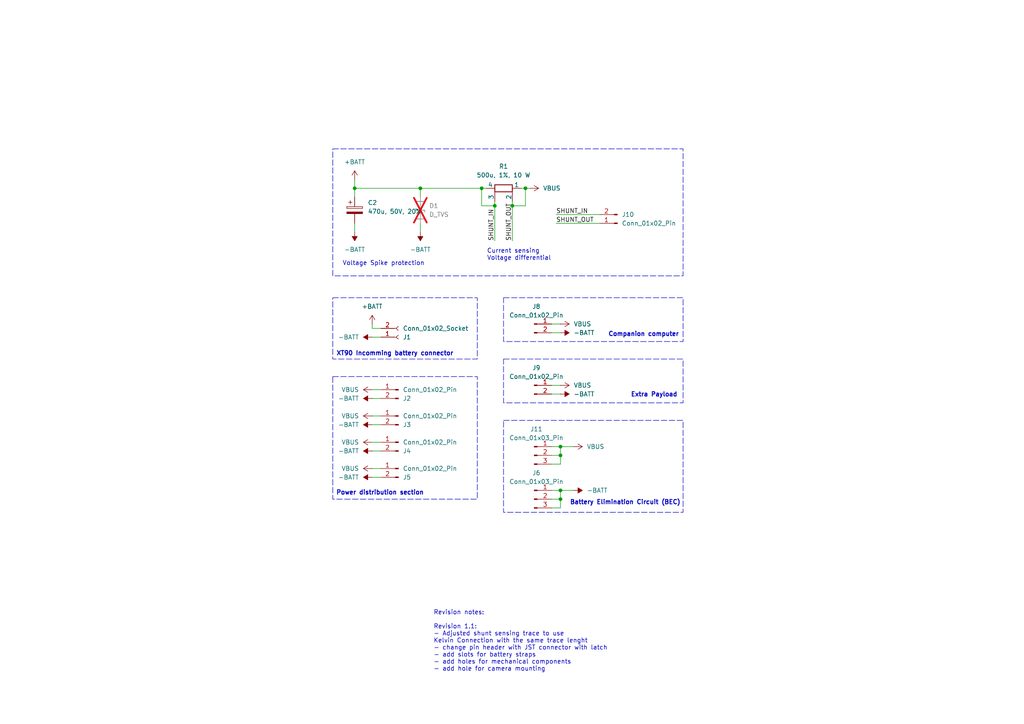
<source format=kicad_sch>
(kicad_sch
	(version 20250114)
	(generator "eeschema")
	(generator_version "9.0")
	(uuid "420f31dc-d0ab-41e8-a10a-9734c692148b")
	(paper "A4")
	(title_block
		(title "Power Distribution Board (PDB)")
		(rev "1.1")
		(company "Author: Harley Lara")
		(comment 1 "EOLab Drones")
	)
	(lib_symbols
		(symbol "Connector:Conn_01x02_Pin"
			(pin_names
				(offset 1.016)
				(hide yes)
			)
			(exclude_from_sim no)
			(in_bom yes)
			(on_board yes)
			(property "Reference" "J"
				(at 0 2.54 0)
				(effects
					(font
						(size 1.27 1.27)
					)
				)
			)
			(property "Value" "Conn_01x02_Pin"
				(at 0 -5.08 0)
				(effects
					(font
						(size 1.27 1.27)
					)
				)
			)
			(property "Footprint" ""
				(at 0 0 0)
				(effects
					(font
						(size 1.27 1.27)
					)
					(hide yes)
				)
			)
			(property "Datasheet" "~"
				(at 0 0 0)
				(effects
					(font
						(size 1.27 1.27)
					)
					(hide yes)
				)
			)
			(property "Description" "Generic connector, single row, 01x02, script generated"
				(at 0 0 0)
				(effects
					(font
						(size 1.27 1.27)
					)
					(hide yes)
				)
			)
			(property "ki_locked" ""
				(at 0 0 0)
				(effects
					(font
						(size 1.27 1.27)
					)
				)
			)
			(property "ki_keywords" "connector"
				(at 0 0 0)
				(effects
					(font
						(size 1.27 1.27)
					)
					(hide yes)
				)
			)
			(property "ki_fp_filters" "Connector*:*_1x??_*"
				(at 0 0 0)
				(effects
					(font
						(size 1.27 1.27)
					)
					(hide yes)
				)
			)
			(symbol "Conn_01x02_Pin_1_1"
				(rectangle
					(start 0.8636 0.127)
					(end 0 -0.127)
					(stroke
						(width 0.1524)
						(type default)
					)
					(fill
						(type outline)
					)
				)
				(rectangle
					(start 0.8636 -2.413)
					(end 0 -2.667)
					(stroke
						(width 0.1524)
						(type default)
					)
					(fill
						(type outline)
					)
				)
				(polyline
					(pts
						(xy 1.27 0) (xy 0.8636 0)
					)
					(stroke
						(width 0.1524)
						(type default)
					)
					(fill
						(type none)
					)
				)
				(polyline
					(pts
						(xy 1.27 -2.54) (xy 0.8636 -2.54)
					)
					(stroke
						(width 0.1524)
						(type default)
					)
					(fill
						(type none)
					)
				)
				(pin passive line
					(at 5.08 0 180)
					(length 3.81)
					(name "Pin_1"
						(effects
							(font
								(size 1.27 1.27)
							)
						)
					)
					(number "1"
						(effects
							(font
								(size 1.27 1.27)
							)
						)
					)
				)
				(pin passive line
					(at 5.08 -2.54 180)
					(length 3.81)
					(name "Pin_2"
						(effects
							(font
								(size 1.27 1.27)
							)
						)
					)
					(number "2"
						(effects
							(font
								(size 1.27 1.27)
							)
						)
					)
				)
			)
			(embedded_fonts no)
		)
		(symbol "Connector:Conn_01x02_Socket"
			(pin_names
				(offset 1.016)
				(hide yes)
			)
			(exclude_from_sim no)
			(in_bom yes)
			(on_board yes)
			(property "Reference" "J"
				(at 0 2.54 0)
				(effects
					(font
						(size 1.27 1.27)
					)
				)
			)
			(property "Value" "Conn_01x02_Socket"
				(at 0 -5.08 0)
				(effects
					(font
						(size 1.27 1.27)
					)
				)
			)
			(property "Footprint" ""
				(at 0 0 0)
				(effects
					(font
						(size 1.27 1.27)
					)
					(hide yes)
				)
			)
			(property "Datasheet" "~"
				(at 0 0 0)
				(effects
					(font
						(size 1.27 1.27)
					)
					(hide yes)
				)
			)
			(property "Description" "Generic connector, single row, 01x02, script generated"
				(at 0 0 0)
				(effects
					(font
						(size 1.27 1.27)
					)
					(hide yes)
				)
			)
			(property "ki_locked" ""
				(at 0 0 0)
				(effects
					(font
						(size 1.27 1.27)
					)
				)
			)
			(property "ki_keywords" "connector"
				(at 0 0 0)
				(effects
					(font
						(size 1.27 1.27)
					)
					(hide yes)
				)
			)
			(property "ki_fp_filters" "Connector*:*_1x??_*"
				(at 0 0 0)
				(effects
					(font
						(size 1.27 1.27)
					)
					(hide yes)
				)
			)
			(symbol "Conn_01x02_Socket_1_1"
				(polyline
					(pts
						(xy -1.27 0) (xy -0.508 0)
					)
					(stroke
						(width 0.1524)
						(type default)
					)
					(fill
						(type none)
					)
				)
				(polyline
					(pts
						(xy -1.27 -2.54) (xy -0.508 -2.54)
					)
					(stroke
						(width 0.1524)
						(type default)
					)
					(fill
						(type none)
					)
				)
				(arc
					(start 0 -0.508)
					(mid -0.5058 0)
					(end 0 0.508)
					(stroke
						(width 0.1524)
						(type default)
					)
					(fill
						(type none)
					)
				)
				(arc
					(start 0 -3.048)
					(mid -0.5058 -2.54)
					(end 0 -2.032)
					(stroke
						(width 0.1524)
						(type default)
					)
					(fill
						(type none)
					)
				)
				(pin passive line
					(at -5.08 0 0)
					(length 3.81)
					(name "Pin_1"
						(effects
							(font
								(size 1.27 1.27)
							)
						)
					)
					(number "1"
						(effects
							(font
								(size 1.27 1.27)
							)
						)
					)
				)
				(pin passive line
					(at -5.08 -2.54 0)
					(length 3.81)
					(name "Pin_2"
						(effects
							(font
								(size 1.27 1.27)
							)
						)
					)
					(number "2"
						(effects
							(font
								(size 1.27 1.27)
							)
						)
					)
				)
			)
			(embedded_fonts no)
		)
		(symbol "Connector:Conn_01x03_Pin"
			(pin_names
				(offset 1.016)
				(hide yes)
			)
			(exclude_from_sim no)
			(in_bom yes)
			(on_board yes)
			(property "Reference" "J"
				(at 0 5.08 0)
				(effects
					(font
						(size 1.27 1.27)
					)
				)
			)
			(property "Value" "Conn_01x03_Pin"
				(at 0 -5.08 0)
				(effects
					(font
						(size 1.27 1.27)
					)
				)
			)
			(property "Footprint" ""
				(at 0 0 0)
				(effects
					(font
						(size 1.27 1.27)
					)
					(hide yes)
				)
			)
			(property "Datasheet" "~"
				(at 0 0 0)
				(effects
					(font
						(size 1.27 1.27)
					)
					(hide yes)
				)
			)
			(property "Description" "Generic connector, single row, 01x03, script generated"
				(at 0 0 0)
				(effects
					(font
						(size 1.27 1.27)
					)
					(hide yes)
				)
			)
			(property "ki_locked" ""
				(at 0 0 0)
				(effects
					(font
						(size 1.27 1.27)
					)
				)
			)
			(property "ki_keywords" "connector"
				(at 0 0 0)
				(effects
					(font
						(size 1.27 1.27)
					)
					(hide yes)
				)
			)
			(property "ki_fp_filters" "Connector*:*_1x??_*"
				(at 0 0 0)
				(effects
					(font
						(size 1.27 1.27)
					)
					(hide yes)
				)
			)
			(symbol "Conn_01x03_Pin_1_1"
				(rectangle
					(start 0.8636 2.667)
					(end 0 2.413)
					(stroke
						(width 0.1524)
						(type default)
					)
					(fill
						(type outline)
					)
				)
				(rectangle
					(start 0.8636 0.127)
					(end 0 -0.127)
					(stroke
						(width 0.1524)
						(type default)
					)
					(fill
						(type outline)
					)
				)
				(rectangle
					(start 0.8636 -2.413)
					(end 0 -2.667)
					(stroke
						(width 0.1524)
						(type default)
					)
					(fill
						(type outline)
					)
				)
				(polyline
					(pts
						(xy 1.27 2.54) (xy 0.8636 2.54)
					)
					(stroke
						(width 0.1524)
						(type default)
					)
					(fill
						(type none)
					)
				)
				(polyline
					(pts
						(xy 1.27 0) (xy 0.8636 0)
					)
					(stroke
						(width 0.1524)
						(type default)
					)
					(fill
						(type none)
					)
				)
				(polyline
					(pts
						(xy 1.27 -2.54) (xy 0.8636 -2.54)
					)
					(stroke
						(width 0.1524)
						(type default)
					)
					(fill
						(type none)
					)
				)
				(pin passive line
					(at 5.08 2.54 180)
					(length 3.81)
					(name "Pin_1"
						(effects
							(font
								(size 1.27 1.27)
							)
						)
					)
					(number "1"
						(effects
							(font
								(size 1.27 1.27)
							)
						)
					)
				)
				(pin passive line
					(at 5.08 0 180)
					(length 3.81)
					(name "Pin_2"
						(effects
							(font
								(size 1.27 1.27)
							)
						)
					)
					(number "2"
						(effects
							(font
								(size 1.27 1.27)
							)
						)
					)
				)
				(pin passive line
					(at 5.08 -2.54 180)
					(length 3.81)
					(name "Pin_3"
						(effects
							(font
								(size 1.27 1.27)
							)
						)
					)
					(number "3"
						(effects
							(font
								(size 1.27 1.27)
							)
						)
					)
				)
			)
			(embedded_fonts no)
		)
		(symbol "Device:C_Polarized"
			(pin_numbers
				(hide yes)
			)
			(pin_names
				(offset 0.254)
			)
			(exclude_from_sim no)
			(in_bom yes)
			(on_board yes)
			(property "Reference" "C"
				(at 0.635 2.54 0)
				(effects
					(font
						(size 1.27 1.27)
					)
					(justify left)
				)
			)
			(property "Value" "C_Polarized"
				(at 0.635 -2.54 0)
				(effects
					(font
						(size 1.27 1.27)
					)
					(justify left)
				)
			)
			(property "Footprint" ""
				(at 0.9652 -3.81 0)
				(effects
					(font
						(size 1.27 1.27)
					)
					(hide yes)
				)
			)
			(property "Datasheet" "~"
				(at 0 0 0)
				(effects
					(font
						(size 1.27 1.27)
					)
					(hide yes)
				)
			)
			(property "Description" "Polarized capacitor"
				(at 0 0 0)
				(effects
					(font
						(size 1.27 1.27)
					)
					(hide yes)
				)
			)
			(property "ki_keywords" "cap capacitor"
				(at 0 0 0)
				(effects
					(font
						(size 1.27 1.27)
					)
					(hide yes)
				)
			)
			(property "ki_fp_filters" "CP_*"
				(at 0 0 0)
				(effects
					(font
						(size 1.27 1.27)
					)
					(hide yes)
				)
			)
			(symbol "C_Polarized_0_1"
				(rectangle
					(start -2.286 0.508)
					(end 2.286 1.016)
					(stroke
						(width 0)
						(type default)
					)
					(fill
						(type none)
					)
				)
				(polyline
					(pts
						(xy -1.778 2.286) (xy -0.762 2.286)
					)
					(stroke
						(width 0)
						(type default)
					)
					(fill
						(type none)
					)
				)
				(polyline
					(pts
						(xy -1.27 2.794) (xy -1.27 1.778)
					)
					(stroke
						(width 0)
						(type default)
					)
					(fill
						(type none)
					)
				)
				(rectangle
					(start 2.286 -0.508)
					(end -2.286 -1.016)
					(stroke
						(width 0)
						(type default)
					)
					(fill
						(type outline)
					)
				)
			)
			(symbol "C_Polarized_1_1"
				(pin passive line
					(at 0 3.81 270)
					(length 2.794)
					(name "~"
						(effects
							(font
								(size 1.27 1.27)
							)
						)
					)
					(number "1"
						(effects
							(font
								(size 1.27 1.27)
							)
						)
					)
				)
				(pin passive line
					(at 0 -3.81 90)
					(length 2.794)
					(name "~"
						(effects
							(font
								(size 1.27 1.27)
							)
						)
					)
					(number "2"
						(effects
							(font
								(size 1.27 1.27)
							)
						)
					)
				)
			)
			(embedded_fonts no)
		)
		(symbol "Device:D_TVS"
			(pin_numbers
				(hide yes)
			)
			(pin_names
				(offset 1.016)
				(hide yes)
			)
			(exclude_from_sim no)
			(in_bom yes)
			(on_board yes)
			(property "Reference" "D"
				(at 0 2.54 0)
				(effects
					(font
						(size 1.27 1.27)
					)
				)
			)
			(property "Value" "D_TVS"
				(at 0 -2.54 0)
				(effects
					(font
						(size 1.27 1.27)
					)
				)
			)
			(property "Footprint" ""
				(at 0 0 0)
				(effects
					(font
						(size 1.27 1.27)
					)
					(hide yes)
				)
			)
			(property "Datasheet" "~"
				(at 0 0 0)
				(effects
					(font
						(size 1.27 1.27)
					)
					(hide yes)
				)
			)
			(property "Description" "Bidirectional transient-voltage-suppression diode"
				(at 0 0 0)
				(effects
					(font
						(size 1.27 1.27)
					)
					(hide yes)
				)
			)
			(property "ki_keywords" "diode TVS thyrector"
				(at 0 0 0)
				(effects
					(font
						(size 1.27 1.27)
					)
					(hide yes)
				)
			)
			(property "ki_fp_filters" "TO-???* *_Diode_* *SingleDiode* D_*"
				(at 0 0 0)
				(effects
					(font
						(size 1.27 1.27)
					)
					(hide yes)
				)
			)
			(symbol "D_TVS_0_1"
				(polyline
					(pts
						(xy -2.54 1.27) (xy -2.54 -1.27) (xy 2.54 1.27) (xy 2.54 -1.27) (xy -2.54 1.27)
					)
					(stroke
						(width 0.254)
						(type default)
					)
					(fill
						(type none)
					)
				)
				(polyline
					(pts
						(xy 0.508 1.27) (xy 0 1.27) (xy 0 -1.27) (xy -0.508 -1.27)
					)
					(stroke
						(width 0.254)
						(type default)
					)
					(fill
						(type none)
					)
				)
				(polyline
					(pts
						(xy 1.27 0) (xy -1.27 0)
					)
					(stroke
						(width 0)
						(type default)
					)
					(fill
						(type none)
					)
				)
			)
			(symbol "D_TVS_1_1"
				(pin passive line
					(at -3.81 0 0)
					(length 2.54)
					(name "A1"
						(effects
							(font
								(size 1.27 1.27)
							)
						)
					)
					(number "1"
						(effects
							(font
								(size 1.27 1.27)
							)
						)
					)
				)
				(pin passive line
					(at 3.81 0 180)
					(length 2.54)
					(name "A2"
						(effects
							(font
								(size 1.27 1.27)
							)
						)
					)
					(number "2"
						(effects
							(font
								(size 1.27 1.27)
							)
						)
					)
				)
			)
			(embedded_fonts no)
		)
		(symbol "Device:R_Shunt"
			(pin_numbers
				(hide yes)
			)
			(pin_names
				(offset 0)
			)
			(exclude_from_sim no)
			(in_bom yes)
			(on_board yes)
			(property "Reference" "R1"
				(at -6.35 0 90)
				(effects
					(font
						(size 1.27 1.27)
					)
				)
			)
			(property "Value" "500u, 1%, 10 W"
				(at -3.81 0 90)
				(effects
					(font
						(size 1.27 1.27)
					)
				)
			)
			(property "Footprint" "Resistor_SMD:R_2512_6332Metric"
				(at -1.778 0 90)
				(effects
					(font
						(size 1.27 1.27)
					)
					(hide yes)
				)
			)
			(property "Datasheet" "~"
				(at 0 0 0)
				(effects
					(font
						(size 1.27 1.27)
					)
					(hide yes)
				)
			)
			(property "Description" "Shunt resistor"
				(at 0 0 0)
				(effects
					(font
						(size 1.27 1.27)
					)
					(hide yes)
				)
			)
			(property "Digikey" ""
				(at 0 0 90)
				(effects
					(font
						(size 1.27 1.27)
					)
					(hide yes)
				)
			)
			(property "Manufacturer No." ""
				(at 0 0 90)
				(effects
					(font
						(size 1.27 1.27)
					)
					(hide yes)
				)
			)
			(property "ki_keywords" "R res shunt resistor"
				(at 0 0 0)
				(effects
					(font
						(size 1.27 1.27)
					)
					(hide yes)
				)
			)
			(property "ki_fp_filters" "R_*Shunt*"
				(at 0 0 0)
				(effects
					(font
						(size 1.27 1.27)
					)
					(hide yes)
				)
			)
			(symbol "R_Shunt_0_1"
				(rectangle
					(start -1.016 2.54)
					(end 1.016 -2.54)
					(stroke
						(width 0.254)
						(type default)
					)
					(fill
						(type none)
					)
				)
				(polyline
					(pts
						(xy 0 -2.54) (xy 1.27 -2.54)
					)
					(stroke
						(width 0)
						(type default)
					)
					(fill
						(type none)
					)
				)
				(polyline
					(pts
						(xy 1.27 2.54) (xy 0 2.54)
					)
					(stroke
						(width 0)
						(type default)
					)
					(fill
						(type none)
					)
				)
			)
			(symbol "R_Shunt_1_1"
				(pin passive line
					(at 0 5.08 270)
					(length 2.54)
					(name "1"
						(effects
							(font
								(size 1.27 1.27)
							)
						)
					)
					(number "1"
						(effects
							(font
								(size 1.27 1.27)
							)
						)
					)
				)
				(pin passive line
					(at 0 -5.08 90)
					(length 2.54)
					(name "4"
						(effects
							(font
								(size 1.27 1.27)
							)
						)
					)
					(number "4"
						(effects
							(font
								(size 1.27 1.27)
							)
						)
					)
				)
				(pin passive line
					(at 3.81 2.54 180)
					(length 2.54)
					(name "2"
						(effects
							(font
								(size 1.27 1.27)
							)
						)
					)
					(number "2"
						(effects
							(font
								(size 1.27 1.27)
							)
						)
					)
				)
				(pin passive line
					(at 3.81 -2.54 180)
					(length 2.54)
					(name "3"
						(effects
							(font
								(size 1.27 1.27)
							)
						)
					)
					(number "3"
						(effects
							(font
								(size 1.27 1.27)
							)
						)
					)
				)
			)
			(embedded_fonts no)
		)
		(symbol "power:+BATT"
			(power)
			(pin_numbers
				(hide yes)
			)
			(pin_names
				(offset 0)
				(hide yes)
			)
			(exclude_from_sim no)
			(in_bom yes)
			(on_board yes)
			(property "Reference" "#PWR"
				(at 0 -3.81 0)
				(effects
					(font
						(size 1.27 1.27)
					)
					(hide yes)
				)
			)
			(property "Value" "+BATT"
				(at 0 3.556 0)
				(effects
					(font
						(size 1.27 1.27)
					)
				)
			)
			(property "Footprint" ""
				(at 0 0 0)
				(effects
					(font
						(size 1.27 1.27)
					)
					(hide yes)
				)
			)
			(property "Datasheet" ""
				(at 0 0 0)
				(effects
					(font
						(size 1.27 1.27)
					)
					(hide yes)
				)
			)
			(property "Description" "Power symbol creates a global label with name \"+BATT\""
				(at 0 0 0)
				(effects
					(font
						(size 1.27 1.27)
					)
					(hide yes)
				)
			)
			(property "ki_keywords" "global power battery"
				(at 0 0 0)
				(effects
					(font
						(size 1.27 1.27)
					)
					(hide yes)
				)
			)
			(symbol "+BATT_0_1"
				(polyline
					(pts
						(xy -0.762 1.27) (xy 0 2.54)
					)
					(stroke
						(width 0)
						(type default)
					)
					(fill
						(type none)
					)
				)
				(polyline
					(pts
						(xy 0 2.54) (xy 0.762 1.27)
					)
					(stroke
						(width 0)
						(type default)
					)
					(fill
						(type none)
					)
				)
				(polyline
					(pts
						(xy 0 0) (xy 0 2.54)
					)
					(stroke
						(width 0)
						(type default)
					)
					(fill
						(type none)
					)
				)
			)
			(symbol "+BATT_1_1"
				(pin power_in line
					(at 0 0 90)
					(length 0)
					(name "~"
						(effects
							(font
								(size 1.27 1.27)
							)
						)
					)
					(number "1"
						(effects
							(font
								(size 1.27 1.27)
							)
						)
					)
				)
			)
			(embedded_fonts no)
		)
		(symbol "power:-BATT"
			(power)
			(pin_numbers
				(hide yes)
			)
			(pin_names
				(offset 0)
				(hide yes)
			)
			(exclude_from_sim no)
			(in_bom yes)
			(on_board yes)
			(property "Reference" "#PWR"
				(at 0 -3.81 0)
				(effects
					(font
						(size 1.27 1.27)
					)
					(hide yes)
				)
			)
			(property "Value" "-BATT"
				(at 0 3.556 0)
				(effects
					(font
						(size 1.27 1.27)
					)
				)
			)
			(property "Footprint" ""
				(at 0 0 0)
				(effects
					(font
						(size 1.27 1.27)
					)
					(hide yes)
				)
			)
			(property "Datasheet" ""
				(at 0 0 0)
				(effects
					(font
						(size 1.27 1.27)
					)
					(hide yes)
				)
			)
			(property "Description" "Power symbol creates a global label with name \"-BATT\""
				(at 0 0 0)
				(effects
					(font
						(size 1.27 1.27)
					)
					(hide yes)
				)
			)
			(property "ki_keywords" "global power battery"
				(at 0 0 0)
				(effects
					(font
						(size 1.27 1.27)
					)
					(hide yes)
				)
			)
			(symbol "-BATT_0_1"
				(polyline
					(pts
						(xy 0 0) (xy 0 2.54)
					)
					(stroke
						(width 0)
						(type default)
					)
					(fill
						(type none)
					)
				)
				(polyline
					(pts
						(xy 0.762 1.27) (xy -0.762 1.27) (xy 0 2.54) (xy 0.762 1.27)
					)
					(stroke
						(width 0)
						(type default)
					)
					(fill
						(type outline)
					)
				)
			)
			(symbol "-BATT_1_1"
				(pin power_in line
					(at 0 0 90)
					(length 0)
					(name "~"
						(effects
							(font
								(size 1.27 1.27)
							)
						)
					)
					(number "1"
						(effects
							(font
								(size 1.27 1.27)
							)
						)
					)
				)
			)
			(embedded_fonts no)
		)
		(symbol "power:VBUS"
			(power)
			(pin_numbers
				(hide yes)
			)
			(pin_names
				(offset 0)
				(hide yes)
			)
			(exclude_from_sim no)
			(in_bom yes)
			(on_board yes)
			(property "Reference" "#PWR"
				(at 0 -3.81 0)
				(effects
					(font
						(size 1.27 1.27)
					)
					(hide yes)
				)
			)
			(property "Value" "VBUS"
				(at 0 3.556 0)
				(effects
					(font
						(size 1.27 1.27)
					)
				)
			)
			(property "Footprint" ""
				(at 0 0 0)
				(effects
					(font
						(size 1.27 1.27)
					)
					(hide yes)
				)
			)
			(property "Datasheet" ""
				(at 0 0 0)
				(effects
					(font
						(size 1.27 1.27)
					)
					(hide yes)
				)
			)
			(property "Description" "Power symbol creates a global label with name \"VBUS\""
				(at 0 0 0)
				(effects
					(font
						(size 1.27 1.27)
					)
					(hide yes)
				)
			)
			(property "ki_keywords" "global power"
				(at 0 0 0)
				(effects
					(font
						(size 1.27 1.27)
					)
					(hide yes)
				)
			)
			(symbol "VBUS_0_1"
				(polyline
					(pts
						(xy -0.762 1.27) (xy 0 2.54)
					)
					(stroke
						(width 0)
						(type default)
					)
					(fill
						(type none)
					)
				)
				(polyline
					(pts
						(xy 0 2.54) (xy 0.762 1.27)
					)
					(stroke
						(width 0)
						(type default)
					)
					(fill
						(type none)
					)
				)
				(polyline
					(pts
						(xy 0 0) (xy 0 2.54)
					)
					(stroke
						(width 0)
						(type default)
					)
					(fill
						(type none)
					)
				)
			)
			(symbol "VBUS_1_1"
				(pin power_in line
					(at 0 0 90)
					(length 0)
					(name "~"
						(effects
							(font
								(size 1.27 1.27)
							)
						)
					)
					(number "1"
						(effects
							(font
								(size 1.27 1.27)
							)
						)
					)
				)
			)
			(embedded_fonts no)
		)
	)
	(rectangle
		(start 96.52 86.36)
		(end 138.43 104.14)
		(stroke
			(width 0)
			(type dash)
		)
		(fill
			(type none)
		)
		(uuid 467d38ea-bb2e-4c11-b3c3-a04bfcae77be)
	)
	(rectangle
		(start 96.52 43.18)
		(end 198.12 80.01)
		(stroke
			(width 0)
			(type dash)
		)
		(fill
			(type none)
		)
		(uuid 4b186f14-cc1e-4ccc-a8b4-12268f54fc40)
	)
	(rectangle
		(start 146.05 121.92)
		(end 198.12 148.59)
		(stroke
			(width 0)
			(type dash)
		)
		(fill
			(type none)
		)
		(uuid 551f9f9c-c531-4e6d-bdc5-a69817e36433)
	)
	(rectangle
		(start 96.52 109.22)
		(end 138.43 144.78)
		(stroke
			(width 0)
			(type dash)
		)
		(fill
			(type none)
		)
		(uuid b1aaa03f-1dfc-4c6a-9148-1889cf5f2f0d)
	)
	(rectangle
		(start 146.05 86.36)
		(end 198.12 99.06)
		(stroke
			(width 0)
			(type dash)
		)
		(fill
			(type none)
		)
		(uuid ce23401f-544e-4430-b1dd-ab6d70aa5c93)
	)
	(rectangle
		(start 146.05 104.14)
		(end 198.12 116.84)
		(stroke
			(width 0)
			(type dash)
		)
		(fill
			(type none)
		)
		(uuid ec0f01b5-15da-4828-ab80-b50a641d9947)
	)
	(text "Battery Elimination Circuit (BEC)"
		(exclude_from_sim no)
		(at 181.356 145.796 0)
		(effects
			(font
				(size 1.27 1.27)
				(thickness 0.254)
				(bold yes)
			)
		)
		(uuid "162070bd-ba90-42b5-a5d8-ea7fafa440a7")
	)
	(text "XT90 Incomming battery connector"
		(exclude_from_sim no)
		(at 114.554 102.616 0)
		(effects
			(font
				(size 1.27 1.27)
				(thickness 0.254)
				(bold yes)
			)
		)
		(uuid "195862a0-f48d-4b6c-8cb6-ae43ddafda29")
	)
	(text "Revision notes:\n\nRevision 1.1:\n- Adjusted shunt sensing trace to use \nKelvin Connection with the same trace lenght\n- change pin header with JST connector with latch\n- add slots for battery straps\n- add holes for mechanical components\n- add hole for camera mounting"
		(exclude_from_sim no)
		(at 125.73 185.928 0)
		(effects
			(font
				(size 1.27 1.27)
			)
			(justify left)
		)
		(uuid "19bfac9d-297c-418f-87d8-66faa216a6d9")
	)
	(text "Current sensing\nVoltage differential"
		(exclude_from_sim no)
		(at 141.224 73.914 0)
		(effects
			(font
				(size 1.27 1.27)
				(thickness 0.1588)
			)
			(justify left)
		)
		(uuid "68ffa2b6-5e72-4884-827f-7d3ce59b4b5a")
	)
	(text "Voltage Spike protection"
		(exclude_from_sim no)
		(at 99.314 76.454 0)
		(effects
			(font
				(size 1.27 1.27)
				(thickness 0.1588)
			)
			(justify left)
		)
		(uuid "89869ac0-8b7c-4893-8728-c16ac63a193c")
	)
	(text "Power distribution section"
		(exclude_from_sim no)
		(at 110.236 143.002 0)
		(effects
			(font
				(size 1.27 1.27)
				(thickness 0.254)
				(bold yes)
			)
		)
		(uuid "b53fe310-2723-495d-b076-1578a706b28e")
	)
	(text "Companion computer"
		(exclude_from_sim no)
		(at 186.69 97.028 0)
		(effects
			(font
				(size 1.27 1.27)
				(thickness 0.254)
				(bold yes)
			)
		)
		(uuid "ccf77a07-9b1f-41cd-93dd-11c50f82ce4a")
	)
	(text "Extra Payload"
		(exclude_from_sim no)
		(at 189.738 114.554 0)
		(effects
			(font
				(size 1.27 1.27)
				(thickness 0.254)
				(bold yes)
			)
		)
		(uuid "e95e13c4-77d0-4ef1-a073-9360f2dc15fd")
	)
	(junction
		(at 152.4 54.61)
		(diameter 0)
		(color 0 0 0 0)
		(uuid "15f069f2-b5f8-4b55-90ac-85cde811be14")
	)
	(junction
		(at 162.56 142.24)
		(diameter 0)
		(color 0 0 0 0)
		(uuid "203d0601-6286-4018-b01d-52b8b372a65f")
	)
	(junction
		(at 102.87 54.61)
		(diameter 0)
		(color 0 0 0 0)
		(uuid "4289bb17-ce51-49cc-bc2a-31da7a813f61")
	)
	(junction
		(at 143.51 59.69)
		(diameter 0)
		(color 0 0 0 0)
		(uuid "433fdbaa-696d-4433-88fd-5b081666f1aa")
	)
	(junction
		(at 162.56 129.54)
		(diameter 0)
		(color 0 0 0 0)
		(uuid "67aa7c11-1bab-40a6-bbee-d33c85ee0ea6")
	)
	(junction
		(at 139.7 54.61)
		(diameter 0)
		(color 0 0 0 0)
		(uuid "7f38df32-2137-4c9f-b879-8de43541dbac")
	)
	(junction
		(at 121.92 54.61)
		(diameter 0)
		(color 0 0 0 0)
		(uuid "846fb3c0-a3a6-477a-b383-1cc70b41f452")
	)
	(junction
		(at 148.59 59.69)
		(diameter 0)
		(color 0 0 0 0)
		(uuid "96007995-cda9-47f8-af2d-7535152e8779")
	)
	(junction
		(at 162.56 132.08)
		(diameter 0)
		(color 0 0 0 0)
		(uuid "a0ce48ae-ac83-4d64-892b-a3b7d1550847")
	)
	(junction
		(at 162.56 144.78)
		(diameter 0)
		(color 0 0 0 0)
		(uuid "ced439c2-ac8d-4e0a-970f-1470407cf7fd")
	)
	(wire
		(pts
			(xy 121.92 64.77) (xy 121.92 67.31)
		)
		(stroke
			(width 0)
			(type default)
		)
		(uuid "0caae903-fbd2-44c2-b7d8-3c8f38d74893")
	)
	(wire
		(pts
			(xy 160.02 142.24) (xy 162.56 142.24)
		)
		(stroke
			(width 0)
			(type default)
		)
		(uuid "0fa514f8-47e1-4f1a-a6f5-d09b616ff145")
	)
	(wire
		(pts
			(xy 160.02 134.62) (xy 162.56 134.62)
		)
		(stroke
			(width 0)
			(type default)
		)
		(uuid "11e760a0-c37f-45e6-a0da-af17e884af4e")
	)
	(wire
		(pts
			(xy 162.56 142.24) (xy 166.37 142.24)
		)
		(stroke
			(width 0)
			(type default)
		)
		(uuid "1902f5f5-b859-43f4-818c-ce52c2dab844")
	)
	(wire
		(pts
			(xy 161.29 64.77) (xy 173.99 64.77)
		)
		(stroke
			(width 0)
			(type default)
		)
		(uuid "1908ddc0-c2a8-4f84-b208-6b609ef41a68")
	)
	(wire
		(pts
			(xy 139.7 54.61) (xy 140.97 54.61)
		)
		(stroke
			(width 0)
			(type default)
		)
		(uuid "266eb9bd-e44c-447e-aa77-aa0d23df34d9")
	)
	(wire
		(pts
			(xy 160.02 132.08) (xy 162.56 132.08)
		)
		(stroke
			(width 0)
			(type default)
		)
		(uuid "2e9c5a5b-3121-4f3b-ba20-332617cf268a")
	)
	(wire
		(pts
			(xy 107.95 120.65) (xy 110.49 120.65)
		)
		(stroke
			(width 0)
			(type default)
		)
		(uuid "2f013623-996e-4d67-82e2-b8d74bec57d0")
	)
	(wire
		(pts
			(xy 160.02 114.3) (xy 162.56 114.3)
		)
		(stroke
			(width 0)
			(type default)
		)
		(uuid "36379a30-1a33-49e2-8df7-145ec682e2db")
	)
	(wire
		(pts
			(xy 107.95 95.25) (xy 110.49 95.25)
		)
		(stroke
			(width 0)
			(type default)
		)
		(uuid "499a7167-9d43-4c99-a994-7f930c9507f7")
	)
	(wire
		(pts
			(xy 102.87 54.61) (xy 121.92 54.61)
		)
		(stroke
			(width 0)
			(type default)
		)
		(uuid "4b81af33-66a6-4aab-94c9-7fa75f78a896")
	)
	(wire
		(pts
			(xy 152.4 59.69) (xy 152.4 54.61)
		)
		(stroke
			(width 0)
			(type default)
		)
		(uuid "50884612-7537-4ea8-b142-5bd5888aaa22")
	)
	(wire
		(pts
			(xy 107.95 138.43) (xy 110.49 138.43)
		)
		(stroke
			(width 0)
			(type default)
		)
		(uuid "5b398ef4-2448-4676-8489-2e554929b128")
	)
	(wire
		(pts
			(xy 148.59 59.69) (xy 152.4 59.69)
		)
		(stroke
			(width 0)
			(type default)
		)
		(uuid "5b5e12bb-1348-40e1-98a7-4965adce22e4")
	)
	(wire
		(pts
			(xy 148.59 59.69) (xy 148.59 69.85)
		)
		(stroke
			(width 0)
			(type default)
		)
		(uuid "62091ecb-4281-4837-8a51-849e4dd7367d")
	)
	(wire
		(pts
			(xy 102.87 54.61) (xy 102.87 57.15)
		)
		(stroke
			(width 0)
			(type default)
		)
		(uuid "66a1d533-3563-497d-a6ac-4c384caaca18")
	)
	(wire
		(pts
			(xy 143.51 58.42) (xy 143.51 59.69)
		)
		(stroke
			(width 0)
			(type default)
		)
		(uuid "6b147a04-f372-4db4-bfc8-7ab007e8eeaa")
	)
	(wire
		(pts
			(xy 162.56 132.08) (xy 162.56 129.54)
		)
		(stroke
			(width 0)
			(type default)
		)
		(uuid "6d6f8ca4-5b4a-4d8a-82b0-2dab5eabeaed")
	)
	(wire
		(pts
			(xy 162.56 144.78) (xy 162.56 147.32)
		)
		(stroke
			(width 0)
			(type default)
		)
		(uuid "7442a922-62b3-4a57-8088-59a61b292250")
	)
	(wire
		(pts
			(xy 161.29 62.23) (xy 173.99 62.23)
		)
		(stroke
			(width 0)
			(type default)
		)
		(uuid "744d89b0-facf-47e8-8460-65c4a69cc753")
	)
	(wire
		(pts
			(xy 162.56 129.54) (xy 166.37 129.54)
		)
		(stroke
			(width 0)
			(type default)
		)
		(uuid "751912a4-cd79-4150-b7c0-34ec4b3d75df")
	)
	(wire
		(pts
			(xy 162.56 132.08) (xy 162.56 134.62)
		)
		(stroke
			(width 0)
			(type default)
		)
		(uuid "771dbe86-7727-4327-b51d-5ca04f344455")
	)
	(wire
		(pts
			(xy 121.92 54.61) (xy 121.92 57.15)
		)
		(stroke
			(width 0)
			(type default)
		)
		(uuid "7b5673ec-8ed2-4e68-bb93-57ac6a9b9f37")
	)
	(wire
		(pts
			(xy 160.02 144.78) (xy 162.56 144.78)
		)
		(stroke
			(width 0)
			(type default)
		)
		(uuid "7c94fa5f-a1b6-4e16-b82b-7f6c944a17f1")
	)
	(wire
		(pts
			(xy 107.95 93.98) (xy 107.95 95.25)
		)
		(stroke
			(width 0)
			(type default)
		)
		(uuid "7f7b241d-75b9-4f63-884f-fbdfe9902318")
	)
	(wire
		(pts
			(xy 160.02 129.54) (xy 162.56 129.54)
		)
		(stroke
			(width 0)
			(type default)
		)
		(uuid "89eea627-841d-4f0a-9570-b64565f2975f")
	)
	(wire
		(pts
			(xy 107.95 130.81) (xy 110.49 130.81)
		)
		(stroke
			(width 0)
			(type default)
		)
		(uuid "92d39cd0-b86a-44ad-a054-8b5002725d0a")
	)
	(wire
		(pts
			(xy 143.51 59.69) (xy 143.51 69.85)
		)
		(stroke
			(width 0)
			(type default)
		)
		(uuid "99e85548-a28c-4ac2-8453-e3484582025b")
	)
	(wire
		(pts
			(xy 160.02 111.76) (xy 162.56 111.76)
		)
		(stroke
			(width 0)
			(type default)
		)
		(uuid "a1fa14ef-009a-43da-a5f9-7459d7bb1bcb")
	)
	(wire
		(pts
			(xy 107.95 128.27) (xy 110.49 128.27)
		)
		(stroke
			(width 0)
			(type default)
		)
		(uuid "b1b9befb-a320-4865-8fc1-4eff7051b5bd")
	)
	(wire
		(pts
			(xy 148.59 58.42) (xy 148.59 59.69)
		)
		(stroke
			(width 0)
			(type default)
		)
		(uuid "b29dc621-6a1a-4efc-9c84-fe8fb295d7fb")
	)
	(wire
		(pts
			(xy 121.92 54.61) (xy 139.7 54.61)
		)
		(stroke
			(width 0)
			(type default)
		)
		(uuid "b32a4a5f-bbcf-4b78-9ad6-bce896c81f4c")
	)
	(wire
		(pts
			(xy 107.95 135.89) (xy 110.49 135.89)
		)
		(stroke
			(width 0)
			(type default)
		)
		(uuid "b5ea53ba-a8ca-452a-b993-5eaacf98c786")
	)
	(wire
		(pts
			(xy 107.95 97.79) (xy 110.49 97.79)
		)
		(stroke
			(width 0)
			(type default)
		)
		(uuid "b671af49-9af3-4944-9daf-207821a1f5dd")
	)
	(wire
		(pts
			(xy 107.95 113.03) (xy 110.49 113.03)
		)
		(stroke
			(width 0)
			(type default)
		)
		(uuid "b7eab22f-a0f7-4360-8f89-ef2e7424ed7e")
	)
	(wire
		(pts
			(xy 139.7 59.69) (xy 139.7 54.61)
		)
		(stroke
			(width 0)
			(type default)
		)
		(uuid "bb34ea0d-24c7-47c6-b6b3-da2838d9b976")
	)
	(wire
		(pts
			(xy 160.02 96.52) (xy 162.56 96.52)
		)
		(stroke
			(width 0)
			(type default)
		)
		(uuid "bc48a596-5b05-4c0d-a1ce-6ab88838d11d")
	)
	(wire
		(pts
			(xy 160.02 147.32) (xy 162.56 147.32)
		)
		(stroke
			(width 0)
			(type default)
		)
		(uuid "c34c5eee-00d4-4b99-a5fb-fb0d5296b9f1")
	)
	(wire
		(pts
			(xy 143.51 59.69) (xy 139.7 59.69)
		)
		(stroke
			(width 0)
			(type default)
		)
		(uuid "c427eb18-14ef-4bc5-bf9f-e8a2e625a323")
	)
	(wire
		(pts
			(xy 151.13 54.61) (xy 152.4 54.61)
		)
		(stroke
			(width 0)
			(type default)
		)
		(uuid "c86b4412-7b27-4cf8-830d-3252c6efa0b1")
	)
	(wire
		(pts
			(xy 102.87 64.77) (xy 102.87 67.31)
		)
		(stroke
			(width 0)
			(type default)
		)
		(uuid "c8ba7d84-b0f6-4c28-8149-2a177ec3129f")
	)
	(wire
		(pts
			(xy 160.02 93.98) (xy 162.56 93.98)
		)
		(stroke
			(width 0)
			(type default)
		)
		(uuid "d7ef0409-db1a-4879-a976-c0d5b93785ad")
	)
	(wire
		(pts
			(xy 107.95 123.19) (xy 110.49 123.19)
		)
		(stroke
			(width 0)
			(type default)
		)
		(uuid "da3f041a-0abb-40b6-9d6f-7e109083c6c1")
	)
	(wire
		(pts
			(xy 102.87 52.07) (xy 102.87 54.61)
		)
		(stroke
			(width 0)
			(type default)
		)
		(uuid "eb5e9723-8aa7-4848-8292-634d4197ed45")
	)
	(wire
		(pts
			(xy 152.4 54.61) (xy 153.67 54.61)
		)
		(stroke
			(width 0)
			(type default)
		)
		(uuid "f3aadb7a-a115-4b6a-8afc-466e28c201b2")
	)
	(wire
		(pts
			(xy 107.95 115.57) (xy 110.49 115.57)
		)
		(stroke
			(width 0)
			(type default)
		)
		(uuid "f806d284-bfe7-4cce-ab0a-4b92e472aa23")
	)
	(wire
		(pts
			(xy 162.56 144.78) (xy 162.56 142.24)
		)
		(stroke
			(width 0)
			(type default)
		)
		(uuid "fadb9d15-4bb6-4362-bebc-15917797b973")
	)
	(label "SHUNT_OUT"
		(at 161.29 64.77 0)
		(effects
			(font
				(size 1.27 1.27)
			)
			(justify left bottom)
		)
		(uuid "087ec02d-de16-41dc-9710-b0bc3b5be1e1")
	)
	(label "SHUNT_IN"
		(at 161.29 62.23 0)
		(effects
			(font
				(size 1.27 1.27)
			)
			(justify left bottom)
		)
		(uuid "6b55512e-adf5-4948-8d0c-a447f8d3c024")
	)
	(label "SHUNT_IN"
		(at 143.51 69.85 90)
		(effects
			(font
				(size 1.27 1.27)
			)
			(justify left bottom)
		)
		(uuid "e5385f58-d677-4962-b306-1d0e27c12369")
	)
	(label "SHUNT_OUT"
		(at 148.59 69.85 90)
		(effects
			(font
				(size 1.27 1.27)
			)
			(justify left bottom)
		)
		(uuid "fc390399-3246-43a7-9079-3aed7f678bea")
	)
	(symbol
		(lib_id "Connector:Conn_01x02_Pin")
		(at 115.57 113.03 0)
		(mirror y)
		(unit 1)
		(exclude_from_sim no)
		(in_bom yes)
		(on_board yes)
		(dnp no)
		(uuid "0f1ae231-45be-4989-a2d5-0fd8abac4bc0")
		(property "Reference" "J2"
			(at 116.84 115.5701 0)
			(effects
				(font
					(size 1.27 1.27)
				)
				(justify right)
			)
		)
		(property "Value" "Conn_01x02_Pin"
			(at 116.84 113.0301 0)
			(effects
				(font
					(size 1.27 1.27)
				)
				(justify right)
			)
		)
		(property "Footprint" "motor-solder-pad:Motor Solder Pad"
			(at 115.57 113.03 0)
			(effects
				(font
					(size 1.27 1.27)
				)
				(hide yes)
			)
		)
		(property "Datasheet" "~"
			(at 115.57 113.03 0)
			(effects
				(font
					(size 1.27 1.27)
				)
				(hide yes)
			)
		)
		(property "Description" "Generic connector, single row, 01x02, script generated"
			(at 115.57 113.03 0)
			(effects
				(font
					(size 1.27 1.27)
				)
				(hide yes)
			)
		)
		(property "Digikey" ""
			(at 115.57 113.03 0)
			(effects
				(font
					(size 1.27 1.27)
				)
				(hide yes)
			)
		)
		(property "Manufacturer No." ""
			(at 115.57 113.03 0)
			(effects
				(font
					(size 1.27 1.27)
				)
				(hide yes)
			)
		)
		(pin "2"
			(uuid "d1194860-790d-4613-ab5d-859896ce4846")
		)
		(pin "1"
			(uuid "a1fa5e0b-8371-4d9c-893a-b460e4d71e56")
		)
		(instances
			(project ""
				(path "/420f31dc-d0ab-41e8-a10a-9734c692148b"
					(reference "J2")
					(unit 1)
				)
			)
		)
	)
	(symbol
		(lib_id "Connector:Conn_01x02_Pin")
		(at 115.57 135.89 0)
		(mirror y)
		(unit 1)
		(exclude_from_sim no)
		(in_bom yes)
		(on_board yes)
		(dnp no)
		(uuid "17e5c446-86b7-4c07-b894-5c36b3e3695d")
		(property "Reference" "J5"
			(at 116.84 138.4301 0)
			(effects
				(font
					(size 1.27 1.27)
				)
				(justify right)
			)
		)
		(property "Value" "Conn_01x02_Pin"
			(at 116.84 135.8901 0)
			(effects
				(font
					(size 1.27 1.27)
				)
				(justify right)
			)
		)
		(property "Footprint" "motor-solder-pad:Motor Solder Pad"
			(at 115.57 135.89 0)
			(effects
				(font
					(size 1.27 1.27)
				)
				(hide yes)
			)
		)
		(property "Datasheet" "~"
			(at 115.57 135.89 0)
			(effects
				(font
					(size 1.27 1.27)
				)
				(hide yes)
			)
		)
		(property "Description" "Generic connector, single row, 01x02, script generated"
			(at 115.57 135.89 0)
			(effects
				(font
					(size 1.27 1.27)
				)
				(hide yes)
			)
		)
		(property "Digikey" ""
			(at 115.57 135.89 0)
			(effects
				(font
					(size 1.27 1.27)
				)
				(hide yes)
			)
		)
		(property "Manufacturer No." ""
			(at 115.57 135.89 0)
			(effects
				(font
					(size 1.27 1.27)
				)
				(hide yes)
			)
		)
		(pin "2"
			(uuid "e05f42fd-6adb-459d-bb3e-f817f3bf8435")
		)
		(pin "1"
			(uuid "ecb3986a-a6cf-47e1-92c8-1068fead87cc")
		)
		(instances
			(project "plate-base"
				(path "/420f31dc-d0ab-41e8-a10a-9734c692148b"
					(reference "J5")
					(unit 1)
				)
			)
		)
	)
	(symbol
		(lib_id "power:-BATT")
		(at 107.95 123.19 90)
		(unit 1)
		(exclude_from_sim no)
		(in_bom yes)
		(on_board yes)
		(dnp no)
		(fields_autoplaced yes)
		(uuid "40cc04c2-a156-492f-8649-e19ec4878870")
		(property "Reference" "#PWR06"
			(at 111.76 123.19 0)
			(effects
				(font
					(size 1.27 1.27)
				)
				(hide yes)
			)
		)
		(property "Value" "-BATT"
			(at 104.14 123.1899 90)
			(effects
				(font
					(size 1.27 1.27)
				)
				(justify left)
			)
		)
		(property "Footprint" ""
			(at 107.95 123.19 0)
			(effects
				(font
					(size 1.27 1.27)
				)
				(hide yes)
			)
		)
		(property "Datasheet" ""
			(at 107.95 123.19 0)
			(effects
				(font
					(size 1.27 1.27)
				)
				(hide yes)
			)
		)
		(property "Description" "Power symbol creates a global label with name \"-BATT\""
			(at 107.95 123.19 0)
			(effects
				(font
					(size 1.27 1.27)
				)
				(hide yes)
			)
		)
		(pin "1"
			(uuid "6197ab59-c457-4968-944a-662de97428be")
		)
		(instances
			(project "plate-base"
				(path "/420f31dc-d0ab-41e8-a10a-9734c692148b"
					(reference "#PWR06")
					(unit 1)
				)
			)
		)
	)
	(symbol
		(lib_id "Connector:Conn_01x02_Pin")
		(at 154.94 111.76 0)
		(unit 1)
		(exclude_from_sim no)
		(in_bom yes)
		(on_board yes)
		(dnp no)
		(fields_autoplaced yes)
		(uuid "42324416-bcf4-4760-9557-a4ef72451ff7")
		(property "Reference" "J9"
			(at 155.575 106.68 0)
			(effects
				(font
					(size 1.27 1.27)
				)
			)
		)
		(property "Value" "Conn_01x02_Pin"
			(at 155.575 109.22 0)
			(effects
				(font
					(size 1.27 1.27)
				)
			)
		)
		(property "Footprint" "Connector_AMASS:AMASS_XT30UPB-F_1x02_P5.0mm_Vertical"
			(at 154.94 111.76 0)
			(effects
				(font
					(size 1.27 1.27)
				)
				(hide yes)
			)
		)
		(property "Datasheet" "~"
			(at 154.94 111.76 0)
			(effects
				(font
					(size 1.27 1.27)
				)
				(hide yes)
			)
		)
		(property "Description" "Generic connector, single row, 01x02, script generated"
			(at 154.94 111.76 0)
			(effects
				(font
					(size 1.27 1.27)
				)
				(hide yes)
			)
		)
		(property "Digikey" ""
			(at 154.94 111.76 0)
			(effects
				(font
					(size 1.27 1.27)
				)
				(hide yes)
			)
		)
		(property "Manufacturer No." ""
			(at 154.94 111.76 0)
			(effects
				(font
					(size 1.27 1.27)
				)
				(hide yes)
			)
		)
		(pin "1"
			(uuid "9154c09b-e493-4bb0-9757-f78bb871df1c")
		)
		(pin "2"
			(uuid "3ac8e355-ff7c-480b-8377-787826e5d233")
		)
		(instances
			(project "plate-base"
				(path "/420f31dc-d0ab-41e8-a10a-9734c692148b"
					(reference "J9")
					(unit 1)
				)
			)
		)
	)
	(symbol
		(lib_id "power:-BATT")
		(at 107.95 130.81 90)
		(unit 1)
		(exclude_from_sim no)
		(in_bom yes)
		(on_board yes)
		(dnp no)
		(fields_autoplaced yes)
		(uuid "445b3bb0-b1fe-4c82-9e51-3b46d1c1d361")
		(property "Reference" "#PWR08"
			(at 111.76 130.81 0)
			(effects
				(font
					(size 1.27 1.27)
				)
				(hide yes)
			)
		)
		(property "Value" "-BATT"
			(at 104.14 130.8099 90)
			(effects
				(font
					(size 1.27 1.27)
				)
				(justify left)
			)
		)
		(property "Footprint" ""
			(at 107.95 130.81 0)
			(effects
				(font
					(size 1.27 1.27)
				)
				(hide yes)
			)
		)
		(property "Datasheet" ""
			(at 107.95 130.81 0)
			(effects
				(font
					(size 1.27 1.27)
				)
				(hide yes)
			)
		)
		(property "Description" "Power symbol creates a global label with name \"-BATT\""
			(at 107.95 130.81 0)
			(effects
				(font
					(size 1.27 1.27)
				)
				(hide yes)
			)
		)
		(pin "1"
			(uuid "5e56123d-5445-418b-8d8e-b77a68b5edff")
		)
		(instances
			(project "plate-base"
				(path "/420f31dc-d0ab-41e8-a10a-9734c692148b"
					(reference "#PWR08")
					(unit 1)
				)
			)
		)
	)
	(symbol
		(lib_id "power:-BATT")
		(at 102.87 67.31 180)
		(unit 1)
		(exclude_from_sim no)
		(in_bom yes)
		(on_board yes)
		(dnp no)
		(fields_autoplaced yes)
		(uuid "4680a2a1-6a9a-41d8-b248-a3b0b224c9b7")
		(property "Reference" "#PWR018"
			(at 102.87 63.5 0)
			(effects
				(font
					(size 1.27 1.27)
				)
				(hide yes)
			)
		)
		(property "Value" "-BATT"
			(at 102.87 72.39 0)
			(effects
				(font
					(size 1.27 1.27)
				)
			)
		)
		(property "Footprint" ""
			(at 102.87 67.31 0)
			(effects
				(font
					(size 1.27 1.27)
				)
				(hide yes)
			)
		)
		(property "Datasheet" ""
			(at 102.87 67.31 0)
			(effects
				(font
					(size 1.27 1.27)
				)
				(hide yes)
			)
		)
		(property "Description" "Power symbol creates a global label with name \"-BATT\""
			(at 102.87 67.31 0)
			(effects
				(font
					(size 1.27 1.27)
				)
				(hide yes)
			)
		)
		(pin "1"
			(uuid "deaca36f-e457-4ddd-a1b1-e7fae256207b")
		)
		(instances
			(project "plate-base"
				(path "/420f31dc-d0ab-41e8-a10a-9734c692148b"
					(reference "#PWR018")
					(unit 1)
				)
			)
		)
	)
	(symbol
		(lib_id "power:+BATT")
		(at 102.87 52.07 0)
		(unit 1)
		(exclude_from_sim no)
		(in_bom yes)
		(on_board yes)
		(dnp no)
		(fields_autoplaced yes)
		(uuid "46a027bd-1486-4764-80fa-b0194884a27f")
		(property "Reference" "#PWR017"
			(at 102.87 55.88 0)
			(effects
				(font
					(size 1.27 1.27)
				)
				(hide yes)
			)
		)
		(property "Value" "+BATT"
			(at 102.87 46.99 0)
			(effects
				(font
					(size 1.27 1.27)
				)
			)
		)
		(property "Footprint" ""
			(at 102.87 52.07 0)
			(effects
				(font
					(size 1.27 1.27)
				)
				(hide yes)
			)
		)
		(property "Datasheet" ""
			(at 102.87 52.07 0)
			(effects
				(font
					(size 1.27 1.27)
				)
				(hide yes)
			)
		)
		(property "Description" "Power symbol creates a global label with name \"+BATT\""
			(at 102.87 52.07 0)
			(effects
				(font
					(size 1.27 1.27)
				)
				(hide yes)
			)
		)
		(pin "1"
			(uuid "48751002-12f0-48fe-af8a-b6d325776270")
		)
		(instances
			(project "plate-base"
				(path "/420f31dc-d0ab-41e8-a10a-9734c692148b"
					(reference "#PWR017")
					(unit 1)
				)
			)
		)
	)
	(symbol
		(lib_id "power:+BATT")
		(at 107.95 93.98 0)
		(unit 1)
		(exclude_from_sim no)
		(in_bom yes)
		(on_board yes)
		(dnp no)
		(fields_autoplaced yes)
		(uuid "489d8fff-6c43-4a6d-b00d-ba6ce010af2c")
		(property "Reference" "#PWR01"
			(at 107.95 97.79 0)
			(effects
				(font
					(size 1.27 1.27)
				)
				(hide yes)
			)
		)
		(property "Value" "+BATT"
			(at 107.95 88.9 0)
			(effects
				(font
					(size 1.27 1.27)
				)
			)
		)
		(property "Footprint" ""
			(at 107.95 93.98 0)
			(effects
				(font
					(size 1.27 1.27)
				)
				(hide yes)
			)
		)
		(property "Datasheet" ""
			(at 107.95 93.98 0)
			(effects
				(font
					(size 1.27 1.27)
				)
				(hide yes)
			)
		)
		(property "Description" "Power symbol creates a global label with name \"+BATT\""
			(at 107.95 93.98 0)
			(effects
				(font
					(size 1.27 1.27)
				)
				(hide yes)
			)
		)
		(pin "1"
			(uuid "a5d97713-c4f6-45cf-af49-cf75fd29c09e")
		)
		(instances
			(project ""
				(path "/420f31dc-d0ab-41e8-a10a-9734c692148b"
					(reference "#PWR01")
					(unit 1)
				)
			)
		)
	)
	(symbol
		(lib_id "power:-BATT")
		(at 166.37 142.24 270)
		(unit 1)
		(exclude_from_sim no)
		(in_bom yes)
		(on_board yes)
		(dnp no)
		(fields_autoplaced yes)
		(uuid "489ed94f-7392-4b66-a9a6-91b606706bd4")
		(property "Reference" "#PWR012"
			(at 162.56 142.24 0)
			(effects
				(font
					(size 1.27 1.27)
				)
				(hide yes)
			)
		)
		(property "Value" "-BATT"
			(at 170.18 142.2399 90)
			(effects
				(font
					(size 1.27 1.27)
				)
				(justify left)
			)
		)
		(property "Footprint" ""
			(at 166.37 142.24 0)
			(effects
				(font
					(size 1.27 1.27)
				)
				(hide yes)
			)
		)
		(property "Datasheet" ""
			(at 166.37 142.24 0)
			(effects
				(font
					(size 1.27 1.27)
				)
				(hide yes)
			)
		)
		(property "Description" "Power symbol creates a global label with name \"-BATT\""
			(at 166.37 142.24 0)
			(effects
				(font
					(size 1.27 1.27)
				)
				(hide yes)
			)
		)
		(pin "1"
			(uuid "198f0cde-8467-4443-8ad8-f7276e3c0bc1")
		)
		(instances
			(project "plate-base"
				(path "/420f31dc-d0ab-41e8-a10a-9734c692148b"
					(reference "#PWR012")
					(unit 1)
				)
			)
		)
	)
	(symbol
		(lib_id "Connector:Conn_01x02_Pin")
		(at 115.57 128.27 0)
		(mirror y)
		(unit 1)
		(exclude_from_sim no)
		(in_bom yes)
		(on_board yes)
		(dnp no)
		(uuid "4d7d65dd-ff11-4fa1-b2e6-9f649a3d84ad")
		(property "Reference" "J4"
			(at 116.84 130.8101 0)
			(effects
				(font
					(size 1.27 1.27)
				)
				(justify right)
			)
		)
		(property "Value" "Conn_01x02_Pin"
			(at 116.84 128.2701 0)
			(effects
				(font
					(size 1.27 1.27)
				)
				(justify right)
			)
		)
		(property "Footprint" "motor-solder-pad:Motor Solder Pad"
			(at 115.57 128.27 0)
			(effects
				(font
					(size 1.27 1.27)
				)
				(hide yes)
			)
		)
		(property "Datasheet" "~"
			(at 115.57 128.27 0)
			(effects
				(font
					(size 1.27 1.27)
				)
				(hide yes)
			)
		)
		(property "Description" "Generic connector, single row, 01x02, script generated"
			(at 115.57 128.27 0)
			(effects
				(font
					(size 1.27 1.27)
				)
				(hide yes)
			)
		)
		(property "Digikey" ""
			(at 115.57 128.27 0)
			(effects
				(font
					(size 1.27 1.27)
				)
				(hide yes)
			)
		)
		(property "Manufacturer No." ""
			(at 115.57 128.27 0)
			(effects
				(font
					(size 1.27 1.27)
				)
				(hide yes)
			)
		)
		(pin "2"
			(uuid "13ec383c-fd0c-462d-89a7-5e1922698b5e")
		)
		(pin "1"
			(uuid "a73bd764-3580-4e8c-87da-e5a3714e2e55")
		)
		(instances
			(project "plate-base"
				(path "/420f31dc-d0ab-41e8-a10a-9734c692148b"
					(reference "J4")
					(unit 1)
				)
			)
		)
	)
	(symbol
		(lib_id "power:VBUS")
		(at 166.37 129.54 270)
		(unit 1)
		(exclude_from_sim no)
		(in_bom yes)
		(on_board yes)
		(dnp no)
		(fields_autoplaced yes)
		(uuid "51d9467b-c285-4ad1-b438-0498fc2ae0d5")
		(property "Reference" "#PWR015"
			(at 162.56 129.54 0)
			(effects
				(font
					(size 1.27 1.27)
				)
				(hide yes)
			)
		)
		(property "Value" "VBUS"
			(at 170.18 129.5399 90)
			(effects
				(font
					(size 1.27 1.27)
				)
				(justify left)
			)
		)
		(property "Footprint" ""
			(at 166.37 129.54 0)
			(effects
				(font
					(size 1.27 1.27)
				)
				(hide yes)
			)
		)
		(property "Datasheet" ""
			(at 166.37 129.54 0)
			(effects
				(font
					(size 1.27 1.27)
				)
				(hide yes)
			)
		)
		(property "Description" "Power symbol creates a global label with name \"VBUS\""
			(at 166.37 129.54 0)
			(effects
				(font
					(size 1.27 1.27)
				)
				(hide yes)
			)
		)
		(pin "1"
			(uuid "fca37008-312e-4209-b1fa-81d08f295141")
		)
		(instances
			(project "plate-base"
				(path "/420f31dc-d0ab-41e8-a10a-9734c692148b"
					(reference "#PWR015")
					(unit 1)
				)
			)
		)
	)
	(symbol
		(lib_id "power:VBUS")
		(at 107.95 113.03 90)
		(unit 1)
		(exclude_from_sim no)
		(in_bom yes)
		(on_board yes)
		(dnp no)
		(fields_autoplaced yes)
		(uuid "526f2305-9f5b-4af0-bafe-535891312d81")
		(property "Reference" "#PWR023"
			(at 111.76 113.03 0)
			(effects
				(font
					(size 1.27 1.27)
				)
				(hide yes)
			)
		)
		(property "Value" "VBUS"
			(at 104.14 113.0299 90)
			(effects
				(font
					(size 1.27 1.27)
				)
				(justify left)
			)
		)
		(property "Footprint" ""
			(at 107.95 113.03 0)
			(effects
				(font
					(size 1.27 1.27)
				)
				(hide yes)
			)
		)
		(property "Datasheet" ""
			(at 107.95 113.03 0)
			(effects
				(font
					(size 1.27 1.27)
				)
				(hide yes)
			)
		)
		(property "Description" "Power symbol creates a global label with name \"VBUS\""
			(at 107.95 113.03 0)
			(effects
				(font
					(size 1.27 1.27)
				)
				(hide yes)
			)
		)
		(pin "1"
			(uuid "5f76a802-19bf-4934-bd20-9df6d1ce7ab2")
		)
		(instances
			(project "plate-base"
				(path "/420f31dc-d0ab-41e8-a10a-9734c692148b"
					(reference "#PWR023")
					(unit 1)
				)
			)
		)
	)
	(symbol
		(lib_id "Connector:Conn_01x02_Pin")
		(at 154.94 93.98 0)
		(unit 1)
		(exclude_from_sim no)
		(in_bom yes)
		(on_board yes)
		(dnp no)
		(fields_autoplaced yes)
		(uuid "56934bd3-242a-4163-ba66-85976eeacadc")
		(property "Reference" "J8"
			(at 155.575 88.9 0)
			(effects
				(font
					(size 1.27 1.27)
				)
			)
		)
		(property "Value" "Conn_01x02_Pin"
			(at 155.575 91.44 0)
			(effects
				(font
					(size 1.27 1.27)
				)
			)
		)
		(property "Footprint" "Connector_AMASS:AMASS_XT30UPB-F_1x02_P5.0mm_Vertical"
			(at 154.94 93.98 0)
			(effects
				(font
					(size 1.27 1.27)
				)
				(hide yes)
			)
		)
		(property "Datasheet" "~"
			(at 154.94 93.98 0)
			(effects
				(font
					(size 1.27 1.27)
				)
				(hide yes)
			)
		)
		(property "Description" "Generic connector, single row, 01x02, script generated"
			(at 154.94 93.98 0)
			(effects
				(font
					(size 1.27 1.27)
				)
				(hide yes)
			)
		)
		(property "Digikey" ""
			(at 154.94 93.98 0)
			(effects
				(font
					(size 1.27 1.27)
				)
				(hide yes)
			)
		)
		(property "Manufacturer No." ""
			(at 154.94 93.98 0)
			(effects
				(font
					(size 1.27 1.27)
				)
				(hide yes)
			)
		)
		(pin "1"
			(uuid "2e293184-e430-441f-a2dd-db11caabae0e")
		)
		(pin "2"
			(uuid "43498303-86cb-4a26-a015-005f49947212")
		)
		(instances
			(project ""
				(path "/420f31dc-d0ab-41e8-a10a-9734c692148b"
					(reference "J8")
					(unit 1)
				)
			)
		)
	)
	(symbol
		(lib_id "Device:D_TVS")
		(at 121.92 60.96 90)
		(unit 1)
		(exclude_from_sim no)
		(in_bom yes)
		(on_board yes)
		(dnp yes)
		(fields_autoplaced yes)
		(uuid "6c409e90-c0e2-4fd9-9242-d4b7c25301ab")
		(property "Reference" "D1"
			(at 124.46 59.6899 90)
			(effects
				(font
					(size 1.27 1.27)
				)
				(justify right)
			)
		)
		(property "Value" "D_TVS"
			(at 124.46 62.2299 90)
			(effects
				(font
					(size 1.27 1.27)
				)
				(justify right)
			)
		)
		(property "Footprint" ""
			(at 121.92 60.96 0)
			(effects
				(font
					(size 1.27 1.27)
				)
				(hide yes)
			)
		)
		(property "Datasheet" "~"
			(at 121.92 60.96 0)
			(effects
				(font
					(size 1.27 1.27)
				)
				(hide yes)
			)
		)
		(property "Description" "Bidirectional transient-voltage-suppression diode"
			(at 121.92 60.96 0)
			(effects
				(font
					(size 1.27 1.27)
				)
				(hide yes)
			)
		)
		(property "Digikey" ""
			(at 121.92 60.96 90)
			(effects
				(font
					(size 1.27 1.27)
				)
				(hide yes)
			)
		)
		(property "Manufacturer No." ""
			(at 121.92 60.96 90)
			(effects
				(font
					(size 1.27 1.27)
				)
				(hide yes)
			)
		)
		(pin "2"
			(uuid "3196529f-c402-4f94-aa4e-6b95ccccd56b")
		)
		(pin "1"
			(uuid "ac7de30d-c202-41b2-8b84-f264f5905e2c")
		)
		(instances
			(project ""
				(path "/420f31dc-d0ab-41e8-a10a-9734c692148b"
					(reference "D1")
					(unit 1)
				)
			)
		)
	)
	(symbol
		(lib_id "Connector:Conn_01x02_Pin")
		(at 179.07 64.77 180)
		(unit 1)
		(exclude_from_sim no)
		(in_bom yes)
		(on_board yes)
		(dnp no)
		(fields_autoplaced yes)
		(uuid "7f27c3a8-4e37-4e1f-aeab-927246fa32e1")
		(property "Reference" "J10"
			(at 180.34 62.2299 0)
			(effects
				(font
					(size 1.27 1.27)
				)
				(justify right)
			)
		)
		(property "Value" "Conn_01x02_Pin"
			(at 180.34 64.7699 0)
			(effects
				(font
					(size 1.27 1.27)
				)
				(justify right)
			)
		)
		(property "Footprint" "Connector_PinHeader_2.54mm:PinHeader_1x02_P2.54mm_Vertical"
			(at 179.07 64.77 0)
			(effects
				(font
					(size 1.27 1.27)
				)
				(hide yes)
			)
		)
		(property "Datasheet" "~"
			(at 179.07 64.77 0)
			(effects
				(font
					(size 1.27 1.27)
				)
				(hide yes)
			)
		)
		(property "Description" "Generic connector, single row, 01x02, script generated"
			(at 179.07 64.77 0)
			(effects
				(font
					(size 1.27 1.27)
				)
				(hide yes)
			)
		)
		(property "Digikey" ""
			(at 179.07 64.77 0)
			(effects
				(font
					(size 1.27 1.27)
				)
				(hide yes)
			)
		)
		(property "Manufacturer No." ""
			(at 179.07 64.77 0)
			(effects
				(font
					(size 1.27 1.27)
				)
				(hide yes)
			)
		)
		(pin "1"
			(uuid "11cab1b1-71ed-4a14-bfb8-275cdb970608")
		)
		(pin "2"
			(uuid "8d26f0de-0aa2-4978-b161-54ca1f4fbfcd")
		)
		(instances
			(project "plate-base"
				(path "/420f31dc-d0ab-41e8-a10a-9734c692148b"
					(reference "J10")
					(unit 1)
				)
			)
		)
	)
	(symbol
		(lib_id "power:VBUS")
		(at 153.67 54.61 270)
		(unit 1)
		(exclude_from_sim no)
		(in_bom yes)
		(on_board yes)
		(dnp no)
		(fields_autoplaced yes)
		(uuid "8c3567ba-0e9f-460d-9ff3-3aaf202bfe44")
		(property "Reference" "#PWR022"
			(at 149.86 54.61 0)
			(effects
				(font
					(size 1.27 1.27)
				)
				(hide yes)
			)
		)
		(property "Value" "VBUS"
			(at 157.48 54.6099 90)
			(effects
				(font
					(size 1.27 1.27)
				)
				(justify left)
			)
		)
		(property "Footprint" ""
			(at 153.67 54.61 0)
			(effects
				(font
					(size 1.27 1.27)
				)
				(hide yes)
			)
		)
		(property "Datasheet" ""
			(at 153.67 54.61 0)
			(effects
				(font
					(size 1.27 1.27)
				)
				(hide yes)
			)
		)
		(property "Description" "Power symbol creates a global label with name \"VBUS\""
			(at 153.67 54.61 0)
			(effects
				(font
					(size 1.27 1.27)
				)
				(hide yes)
			)
		)
		(pin "1"
			(uuid "ace8f0b0-e462-4e0d-8427-4f1ac0c40c37")
		)
		(instances
			(project ""
				(path "/420f31dc-d0ab-41e8-a10a-9734c692148b"
					(reference "#PWR022")
					(unit 1)
				)
			)
		)
	)
	(symbol
		(lib_id "power:VBUS")
		(at 107.95 135.89 90)
		(unit 1)
		(exclude_from_sim no)
		(in_bom yes)
		(on_board yes)
		(dnp no)
		(fields_autoplaced yes)
		(uuid "91d43185-fa85-4ff6-9788-329159605b2e")
		(property "Reference" "#PWR07"
			(at 111.76 135.89 0)
			(effects
				(font
					(size 1.27 1.27)
				)
				(hide yes)
			)
		)
		(property "Value" "VBUS"
			(at 104.14 135.8899 90)
			(effects
				(font
					(size 1.27 1.27)
				)
				(justify left)
			)
		)
		(property "Footprint" ""
			(at 107.95 135.89 0)
			(effects
				(font
					(size 1.27 1.27)
				)
				(hide yes)
			)
		)
		(property "Datasheet" ""
			(at 107.95 135.89 0)
			(effects
				(font
					(size 1.27 1.27)
				)
				(hide yes)
			)
		)
		(property "Description" "Power symbol creates a global label with name \"VBUS\""
			(at 107.95 135.89 0)
			(effects
				(font
					(size 1.27 1.27)
				)
				(hide yes)
			)
		)
		(pin "1"
			(uuid "c7b8e815-49fa-4420-ba8d-ac3f51a20b11")
		)
		(instances
			(project "plate-base"
				(path "/420f31dc-d0ab-41e8-a10a-9734c692148b"
					(reference "#PWR07")
					(unit 1)
				)
			)
		)
	)
	(symbol
		(lib_id "power:VBUS")
		(at 107.95 128.27 90)
		(unit 1)
		(exclude_from_sim no)
		(in_bom yes)
		(on_board yes)
		(dnp no)
		(fields_autoplaced yes)
		(uuid "99beb45a-7eed-4720-bd5b-477934928325")
		(property "Reference" "#PWR05"
			(at 111.76 128.27 0)
			(effects
				(font
					(size 1.27 1.27)
				)
				(hide yes)
			)
		)
		(property "Value" "VBUS"
			(at 104.14 128.2699 90)
			(effects
				(font
					(size 1.27 1.27)
				)
				(justify left)
			)
		)
		(property "Footprint" ""
			(at 107.95 128.27 0)
			(effects
				(font
					(size 1.27 1.27)
				)
				(hide yes)
			)
		)
		(property "Datasheet" ""
			(at 107.95 128.27 0)
			(effects
				(font
					(size 1.27 1.27)
				)
				(hide yes)
			)
		)
		(property "Description" "Power symbol creates a global label with name \"VBUS\""
			(at 107.95 128.27 0)
			(effects
				(font
					(size 1.27 1.27)
				)
				(hide yes)
			)
		)
		(pin "1"
			(uuid "7e07051f-4087-4b9f-be05-7778ad6e4fa7")
		)
		(instances
			(project "plate-base"
				(path "/420f31dc-d0ab-41e8-a10a-9734c692148b"
					(reference "#PWR05")
					(unit 1)
				)
			)
		)
	)
	(symbol
		(lib_id "power:-BATT")
		(at 162.56 114.3 270)
		(unit 1)
		(exclude_from_sim no)
		(in_bom yes)
		(on_board yes)
		(dnp no)
		(fields_autoplaced yes)
		(uuid "9f906ad1-0a12-4532-b022-9a65ba3c2863")
		(property "Reference" "#PWR016"
			(at 158.75 114.3 0)
			(effects
				(font
					(size 1.27 1.27)
				)
				(hide yes)
			)
		)
		(property "Value" "-BATT"
			(at 166.37 114.2999 90)
			(effects
				(font
					(size 1.27 1.27)
				)
				(justify left)
			)
		)
		(property "Footprint" ""
			(at 162.56 114.3 0)
			(effects
				(font
					(size 1.27 1.27)
				)
				(hide yes)
			)
		)
		(property "Datasheet" ""
			(at 162.56 114.3 0)
			(effects
				(font
					(size 1.27 1.27)
				)
				(hide yes)
			)
		)
		(property "Description" "Power symbol creates a global label with name \"-BATT\""
			(at 162.56 114.3 0)
			(effects
				(font
					(size 1.27 1.27)
				)
				(hide yes)
			)
		)
		(pin "1"
			(uuid "4d4af0d2-8b27-4b5b-bea6-91e90efad341")
		)
		(instances
			(project "plate-base"
				(path "/420f31dc-d0ab-41e8-a10a-9734c692148b"
					(reference "#PWR016")
					(unit 1)
				)
			)
		)
	)
	(symbol
		(lib_id "Connector:Conn_01x02_Socket")
		(at 115.57 97.79 0)
		(mirror x)
		(unit 1)
		(exclude_from_sim no)
		(in_bom yes)
		(on_board yes)
		(dnp no)
		(uuid "a4e4fb27-5583-404f-9cd7-162c906c40b3")
		(property "Reference" "J1"
			(at 116.84 97.7901 0)
			(effects
				(font
					(size 1.27 1.27)
				)
				(justify left)
			)
		)
		(property "Value" "Conn_01x02_Socket"
			(at 116.84 95.2501 0)
			(effects
				(font
					(size 1.27 1.27)
				)
				(justify left)
			)
		)
		(property "Footprint" "Connector_AMASS:AMASS_XT90PW-M_1x02_P10.90mm_Horizontal"
			(at 115.57 97.79 0)
			(effects
				(font
					(size 1.27 1.27)
				)
				(hide yes)
			)
		)
		(property "Datasheet" "~"
			(at 115.57 97.79 0)
			(effects
				(font
					(size 1.27 1.27)
				)
				(hide yes)
			)
		)
		(property "Description" "Generic connector, single row, 01x02, script generated"
			(at 115.57 97.79 0)
			(effects
				(font
					(size 1.27 1.27)
				)
				(hide yes)
			)
		)
		(property "Digikey" ""
			(at 115.57 97.79 0)
			(effects
				(font
					(size 1.27 1.27)
				)
				(hide yes)
			)
		)
		(property "Manufacturer No." ""
			(at 115.57 97.79 0)
			(effects
				(font
					(size 1.27 1.27)
				)
				(hide yes)
			)
		)
		(pin "2"
			(uuid "79911d24-c262-4dbb-b12f-604fa920b795")
		)
		(pin "1"
			(uuid "d1c78bd8-527b-4386-ad72-c9079dbf6944")
		)
		(instances
			(project ""
				(path "/420f31dc-d0ab-41e8-a10a-9734c692148b"
					(reference "J1")
					(unit 1)
				)
			)
		)
	)
	(symbol
		(lib_id "power:-BATT")
		(at 162.56 96.52 270)
		(unit 1)
		(exclude_from_sim no)
		(in_bom yes)
		(on_board yes)
		(dnp no)
		(fields_autoplaced yes)
		(uuid "ad53c04f-f8de-40f4-9b12-51da6a532dea")
		(property "Reference" "#PWR014"
			(at 158.75 96.52 0)
			(effects
				(font
					(size 1.27 1.27)
				)
				(hide yes)
			)
		)
		(property "Value" "-BATT"
			(at 166.37 96.5199 90)
			(effects
				(font
					(size 1.27 1.27)
				)
				(justify left)
			)
		)
		(property "Footprint" ""
			(at 162.56 96.52 0)
			(effects
				(font
					(size 1.27 1.27)
				)
				(hide yes)
			)
		)
		(property "Datasheet" ""
			(at 162.56 96.52 0)
			(effects
				(font
					(size 1.27 1.27)
				)
				(hide yes)
			)
		)
		(property "Description" "Power symbol creates a global label with name \"-BATT\""
			(at 162.56 96.52 0)
			(effects
				(font
					(size 1.27 1.27)
				)
				(hide yes)
			)
		)
		(pin "1"
			(uuid "a30fa39c-f975-417d-8642-c3a1123ab123")
		)
		(instances
			(project "plate-base"
				(path "/420f31dc-d0ab-41e8-a10a-9734c692148b"
					(reference "#PWR014")
					(unit 1)
				)
			)
		)
	)
	(symbol
		(lib_id "power:-BATT")
		(at 121.92 67.31 180)
		(unit 1)
		(exclude_from_sim no)
		(in_bom yes)
		(on_board yes)
		(dnp no)
		(fields_autoplaced yes)
		(uuid "bb88a63e-3583-4cce-82cb-7a32516b6059")
		(property "Reference" "#PWR020"
			(at 121.92 63.5 0)
			(effects
				(font
					(size 1.27 1.27)
				)
				(hide yes)
			)
		)
		(property "Value" "-BATT"
			(at 121.92 72.39 0)
			(effects
				(font
					(size 1.27 1.27)
				)
			)
		)
		(property "Footprint" ""
			(at 121.92 67.31 0)
			(effects
				(font
					(size 1.27 1.27)
				)
				(hide yes)
			)
		)
		(property "Datasheet" ""
			(at 121.92 67.31 0)
			(effects
				(font
					(size 1.27 1.27)
				)
				(hide yes)
			)
		)
		(property "Description" "Power symbol creates a global label with name \"-BATT\""
			(at 121.92 67.31 0)
			(effects
				(font
					(size 1.27 1.27)
				)
				(hide yes)
			)
		)
		(pin "1"
			(uuid "01ac5be4-53da-4076-88bb-0fd6186b5dc0")
		)
		(instances
			(project "plate-base"
				(path "/420f31dc-d0ab-41e8-a10a-9734c692148b"
					(reference "#PWR020")
					(unit 1)
				)
			)
		)
	)
	(symbol
		(lib_id "power:-BATT")
		(at 107.95 97.79 90)
		(unit 1)
		(exclude_from_sim no)
		(in_bom yes)
		(on_board yes)
		(dnp no)
		(fields_autoplaced yes)
		(uuid "bc2c4966-9978-44fc-87ca-aeb744814ff3")
		(property "Reference" "#PWR02"
			(at 111.76 97.79 0)
			(effects
				(font
					(size 1.27 1.27)
				)
				(hide yes)
			)
		)
		(property "Value" "-BATT"
			(at 104.14 97.7899 90)
			(effects
				(font
					(size 1.27 1.27)
				)
				(justify left)
			)
		)
		(property "Footprint" ""
			(at 107.95 97.79 0)
			(effects
				(font
					(size 1.27 1.27)
				)
				(hide yes)
			)
		)
		(property "Datasheet" ""
			(at 107.95 97.79 0)
			(effects
				(font
					(size 1.27 1.27)
				)
				(hide yes)
			)
		)
		(property "Description" "Power symbol creates a global label with name \"-BATT\""
			(at 107.95 97.79 0)
			(effects
				(font
					(size 1.27 1.27)
				)
				(hide yes)
			)
		)
		(pin "1"
			(uuid "ae054327-6463-4aa8-b6a7-a7a6d75b8f23")
		)
		(instances
			(project ""
				(path "/420f31dc-d0ab-41e8-a10a-9734c692148b"
					(reference "#PWR02")
					(unit 1)
				)
			)
		)
	)
	(symbol
		(lib_id "power:VBUS")
		(at 107.95 120.65 90)
		(unit 1)
		(exclude_from_sim no)
		(in_bom yes)
		(on_board yes)
		(dnp no)
		(fields_autoplaced yes)
		(uuid "c2a31006-7c4e-4c8c-93b3-b8175a592bd9")
		(property "Reference" "#PWR03"
			(at 111.76 120.65 0)
			(effects
				(font
					(size 1.27 1.27)
				)
				(hide yes)
			)
		)
		(property "Value" "VBUS"
			(at 104.14 120.6499 90)
			(effects
				(font
					(size 1.27 1.27)
				)
				(justify left)
			)
		)
		(property "Footprint" ""
			(at 107.95 120.65 0)
			(effects
				(font
					(size 1.27 1.27)
				)
				(hide yes)
			)
		)
		(property "Datasheet" ""
			(at 107.95 120.65 0)
			(effects
				(font
					(size 1.27 1.27)
				)
				(hide yes)
			)
		)
		(property "Description" "Power symbol creates a global label with name \"VBUS\""
			(at 107.95 120.65 0)
			(effects
				(font
					(size 1.27 1.27)
				)
				(hide yes)
			)
		)
		(pin "1"
			(uuid "6491d219-e267-4455-b8fa-8cc10cd1284c")
		)
		(instances
			(project "plate-base"
				(path "/420f31dc-d0ab-41e8-a10a-9734c692148b"
					(reference "#PWR03")
					(unit 1)
				)
			)
		)
	)
	(symbol
		(lib_id "power:-BATT")
		(at 107.95 138.43 90)
		(unit 1)
		(exclude_from_sim no)
		(in_bom yes)
		(on_board yes)
		(dnp no)
		(fields_autoplaced yes)
		(uuid "cc9ff11c-5f79-40f9-96e9-69dd63b98d17")
		(property "Reference" "#PWR010"
			(at 111.76 138.43 0)
			(effects
				(font
					(size 1.27 1.27)
				)
				(hide yes)
			)
		)
		(property "Value" "-BATT"
			(at 104.14 138.4299 90)
			(effects
				(font
					(size 1.27 1.27)
				)
				(justify left)
			)
		)
		(property "Footprint" ""
			(at 107.95 138.43 0)
			(effects
				(font
					(size 1.27 1.27)
				)
				(hide yes)
			)
		)
		(property "Datasheet" ""
			(at 107.95 138.43 0)
			(effects
				(font
					(size 1.27 1.27)
				)
				(hide yes)
			)
		)
		(property "Description" "Power symbol creates a global label with name \"-BATT\""
			(at 107.95 138.43 0)
			(effects
				(font
					(size 1.27 1.27)
				)
				(hide yes)
			)
		)
		(pin "1"
			(uuid "91e394da-1db7-4c19-a657-1454a9f75a35")
		)
		(instances
			(project "plate-base"
				(path "/420f31dc-d0ab-41e8-a10a-9734c692148b"
					(reference "#PWR010")
					(unit 1)
				)
			)
		)
	)
	(symbol
		(lib_id "Connector:Conn_01x02_Pin")
		(at 115.57 120.65 0)
		(mirror y)
		(unit 1)
		(exclude_from_sim no)
		(in_bom yes)
		(on_board yes)
		(dnp no)
		(uuid "ce6258b7-0dd9-4879-aaf3-1077e5045c36")
		(property "Reference" "J3"
			(at 116.84 123.1901 0)
			(effects
				(font
					(size 1.27 1.27)
				)
				(justify right)
			)
		)
		(property "Value" "Conn_01x02_Pin"
			(at 116.84 120.6501 0)
			(effects
				(font
					(size 1.27 1.27)
				)
				(justify right)
			)
		)
		(property "Footprint" "motor-solder-pad:Motor Solder Pad"
			(at 115.57 120.65 0)
			(effects
				(font
					(size 1.27 1.27)
				)
				(hide yes)
			)
		)
		(property "Datasheet" "~"
			(at 115.57 120.65 0)
			(effects
				(font
					(size 1.27 1.27)
				)
				(hide yes)
			)
		)
		(property "Description" "Generic connector, single row, 01x02, script generated"
			(at 115.57 120.65 0)
			(effects
				(font
					(size 1.27 1.27)
				)
				(hide yes)
			)
		)
		(property "Digikey" ""
			(at 115.57 120.65 0)
			(effects
				(font
					(size 1.27 1.27)
				)
				(hide yes)
			)
		)
		(property "Manufacturer No." ""
			(at 115.57 120.65 0)
			(effects
				(font
					(size 1.27 1.27)
				)
				(hide yes)
			)
		)
		(pin "2"
			(uuid "cec7f654-5949-4945-ae43-cf7e019bc326")
		)
		(pin "1"
			(uuid "7e605db5-6b14-469c-b37c-845c6c2a78d0")
		)
		(instances
			(project "plate-base"
				(path "/420f31dc-d0ab-41e8-a10a-9734c692148b"
					(reference "J3")
					(unit 1)
				)
			)
		)
	)
	(symbol
		(lib_id "Device:C_Polarized")
		(at 102.87 60.96 0)
		(unit 1)
		(exclude_from_sim no)
		(in_bom yes)
		(on_board yes)
		(dnp no)
		(fields_autoplaced yes)
		(uuid "de377e2c-1a3f-485c-82e2-152e2365b5a4")
		(property "Reference" "C2"
			(at 106.68 58.8009 0)
			(effects
				(font
					(size 1.27 1.27)
				)
				(justify left)
			)
		)
		(property "Value" "470u, 50V, 20%"
			(at 106.68 61.3409 0)
			(effects
				(font
					(size 1.27 1.27)
				)
				(justify left)
			)
		)
		(property "Footprint" "Capacitor_THT:CP_Radial_D10.0mm_P5.00mm"
			(at 103.8352 64.77 0)
			(effects
				(font
					(size 1.27 1.27)
				)
				(hide yes)
			)
		)
		(property "Datasheet" "~"
			(at 102.87 60.96 0)
			(effects
				(font
					(size 1.27 1.27)
				)
				(hide yes)
			)
		)
		(property "Description" "Polarized capacitor"
			(at 102.87 60.96 0)
			(effects
				(font
					(size 1.27 1.27)
				)
				(hide yes)
			)
		)
		(property "Digikey" "1572-1148-ND"
			(at 102.87 60.96 0)
			(effects
				(font
					(size 1.27 1.27)
				)
				(hide yes)
			)
		)
		(property "Manufacturer No." "477CKE050M"
			(at 102.87 60.96 0)
			(effects
				(font
					(size 1.27 1.27)
				)
				(hide yes)
			)
		)
		(pin "1"
			(uuid "ed925351-1614-4958-8929-29d1eb8f709b")
		)
		(pin "2"
			(uuid "a2af43c5-5ce1-404c-88d4-4b9a212a081d")
		)
		(instances
			(project ""
				(path "/420f31dc-d0ab-41e8-a10a-9734c692148b"
					(reference "C2")
					(unit 1)
				)
			)
		)
	)
	(symbol
		(lib_id "power:VBUS")
		(at 162.56 93.98 270)
		(unit 1)
		(exclude_from_sim no)
		(in_bom yes)
		(on_board yes)
		(dnp no)
		(fields_autoplaced yes)
		(uuid "e5b346db-9672-47c8-ba61-444d65a0ea88")
		(property "Reference" "#PWR09"
			(at 158.75 93.98 0)
			(effects
				(font
					(size 1.27 1.27)
				)
				(hide yes)
			)
		)
		(property "Value" "VBUS"
			(at 166.37 93.9799 90)
			(effects
				(font
					(size 1.27 1.27)
				)
				(justify left)
			)
		)
		(property "Footprint" ""
			(at 162.56 93.98 0)
			(effects
				(font
					(size 1.27 1.27)
				)
				(hide yes)
			)
		)
		(property "Datasheet" ""
			(at 162.56 93.98 0)
			(effects
				(font
					(size 1.27 1.27)
				)
				(hide yes)
			)
		)
		(property "Description" "Power symbol creates a global label with name \"VBUS\""
			(at 162.56 93.98 0)
			(effects
				(font
					(size 1.27 1.27)
				)
				(hide yes)
			)
		)
		(pin "1"
			(uuid "27f655bb-7a8d-473c-af2a-7dcda229be52")
		)
		(instances
			(project "plate-base"
				(path "/420f31dc-d0ab-41e8-a10a-9734c692148b"
					(reference "#PWR09")
					(unit 1)
				)
			)
		)
	)
	(symbol
		(lib_id "power:VBUS")
		(at 162.56 111.76 270)
		(unit 1)
		(exclude_from_sim no)
		(in_bom yes)
		(on_board yes)
		(dnp no)
		(fields_autoplaced yes)
		(uuid "e6e7b031-634c-48af-9acb-abac2089513d")
		(property "Reference" "#PWR011"
			(at 158.75 111.76 0)
			(effects
				(font
					(size 1.27 1.27)
				)
				(hide yes)
			)
		)
		(property "Value" "VBUS"
			(at 166.37 111.7599 90)
			(effects
				(font
					(size 1.27 1.27)
				)
				(justify left)
			)
		)
		(property "Footprint" ""
			(at 162.56 111.76 0)
			(effects
				(font
					(size 1.27 1.27)
				)
				(hide yes)
			)
		)
		(property "Datasheet" ""
			(at 162.56 111.76 0)
			(effects
				(font
					(size 1.27 1.27)
				)
				(hide yes)
			)
		)
		(property "Description" "Power symbol creates a global label with name \"VBUS\""
			(at 162.56 111.76 0)
			(effects
				(font
					(size 1.27 1.27)
				)
				(hide yes)
			)
		)
		(pin "1"
			(uuid "151c6719-d43b-4e7f-a84c-6505cea47cf5")
		)
		(instances
			(project "plate-base"
				(path "/420f31dc-d0ab-41e8-a10a-9734c692148b"
					(reference "#PWR011")
					(unit 1)
				)
			)
		)
	)
	(symbol
		(lib_id "Connector:Conn_01x03_Pin")
		(at 154.94 144.78 0)
		(unit 1)
		(exclude_from_sim no)
		(in_bom yes)
		(on_board yes)
		(dnp no)
		(fields_autoplaced yes)
		(uuid "e8fe9bf1-2e8f-40f6-b86c-04e6599de378")
		(property "Reference" "J6"
			(at 155.575 137.16 0)
			(effects
				(font
					(size 1.27 1.27)
				)
			)
		)
		(property "Value" "Conn_01x03_Pin"
			(at 155.575 139.7 0)
			(effects
				(font
					(size 1.27 1.27)
				)
			)
		)
		(property "Footprint" "Connector_JST:JST_XH_B3B-XH-A_1x03_P2.50mm_Vertical"
			(at 154.94 144.78 0)
			(effects
				(font
					(size 1.27 1.27)
				)
				(hide yes)
			)
		)
		(property "Datasheet" "~"
			(at 154.94 144.78 0)
			(effects
				(font
					(size 1.27 1.27)
				)
				(hide yes)
			)
		)
		(property "Description" "Generic connector, single row, 01x03, script generated"
			(at 154.94 144.78 0)
			(effects
				(font
					(size 1.27 1.27)
				)
				(hide yes)
			)
		)
		(property "Digikey" "455-2248-ND"
			(at 154.94 144.78 0)
			(effects
				(font
					(size 1.27 1.27)
				)
				(hide yes)
			)
		)
		(property "Manufacturer No." "B3B-XH-A"
			(at 154.94 144.78 0)
			(effects
				(font
					(size 1.27 1.27)
				)
				(hide yes)
			)
		)
		(pin "2"
			(uuid "ad413f79-e260-4f6e-b24f-8218e07846e4")
		)
		(pin "3"
			(uuid "d31a70f5-5f3f-45f3-af20-587e9655a72e")
		)
		(pin "1"
			(uuid "69abcefc-e3fb-4c3f-acd0-3037a567d291")
		)
		(instances
			(project "plate-base"
				(path "/420f31dc-d0ab-41e8-a10a-9734c692148b"
					(reference "J6")
					(unit 1)
				)
			)
		)
	)
	(symbol
		(lib_id "Device:R_Shunt")
		(at 146.05 54.61 270)
		(unit 1)
		(exclude_from_sim no)
		(in_bom yes)
		(on_board no)
		(dnp no)
		(fields_autoplaced yes)
		(uuid "eb358355-79f0-4412-8969-65d34b5e8971")
		(property "Reference" "R1"
			(at 146.05 48.26 90)
			(effects
				(font
					(size 1.27 1.27)
				)
			)
		)
		(property "Value" "500u, 1%, 10 W"
			(at 146.05 50.8 90)
			(effects
				(font
					(size 1.27 1.27)
				)
			)
		)
		(property "Footprint" "Resistor_SMD:R_2512_6332Metric_Pad1.40x3.35mm_HandSolder"
			(at 146.05 52.832 90)
			(effects
				(font
					(size 1.27 1.27)
				)
				(hide yes)
			)
		)
		(property "Datasheet" "~"
			(at 146.05 54.61 0)
			(effects
				(font
					(size 1.27 1.27)
				)
				(hide yes)
			)
		)
		(property "Description" "Shunt resistor"
			(at 146.05 54.61 0)
			(effects
				(font
					(size 1.27 1.27)
				)
				(hide yes)
			)
		)
		(property "Digikey" "18-SSA2512L0M50FWRTR-ND"
			(at 146.05 54.61 90)
			(effects
				(font
					(size 1.27 1.27)
				)
				(hide yes)
			)
		)
		(property "Manufacturer No." "SSA2512L0M50FWR"
			(at 146.05 54.61 90)
			(effects
				(font
					(size 1.27 1.27)
				)
				(hide yes)
			)
		)
		(pin "2"
			(uuid "6bc44787-a609-4958-9e16-1b1f74a48be9")
		)
		(pin "1"
			(uuid "c9b6d454-cdda-4c49-bcfe-fbba54512d52")
		)
		(pin "4"
			(uuid "ad7ed1c5-8a47-4746-8e45-a13b402ec53f")
		)
		(pin "3"
			(uuid "39d3527e-fb14-4bdf-b80b-c44176177442")
		)
		(instances
			(project ""
				(path "/420f31dc-d0ab-41e8-a10a-9734c692148b"
					(reference "R1")
					(unit 1)
				)
			)
		)
	)
	(symbol
		(lib_id "Connector:Conn_01x03_Pin")
		(at 154.94 132.08 0)
		(unit 1)
		(exclude_from_sim no)
		(in_bom yes)
		(on_board yes)
		(dnp no)
		(fields_autoplaced yes)
		(uuid "f87b47c0-8103-4d07-b123-95b847ed2b08")
		(property "Reference" "J11"
			(at 155.575 124.46 0)
			(effects
				(font
					(size 1.27 1.27)
				)
			)
		)
		(property "Value" "Conn_01x03_Pin"
			(at 155.575 127 0)
			(effects
				(font
					(size 1.27 1.27)
				)
			)
		)
		(property "Footprint" "Connector_JST:JST_XH_B3B-XH-A_1x03_P2.50mm_Vertical"
			(at 154.94 132.08 0)
			(effects
				(font
					(size 1.27 1.27)
				)
				(hide yes)
			)
		)
		(property "Datasheet" "~"
			(at 154.94 132.08 0)
			(effects
				(font
					(size 1.27 1.27)
				)
				(hide yes)
			)
		)
		(property "Description" "Generic connector, single row, 01x03, script generated"
			(at 154.94 132.08 0)
			(effects
				(font
					(size 1.27 1.27)
				)
				(hide yes)
			)
		)
		(property "Digikey" "455-2248-ND"
			(at 154.94 132.08 0)
			(effects
				(font
					(size 1.27 1.27)
				)
				(hide yes)
			)
		)
		(property "Manufacturer No." "B3B-XH-A"
			(at 154.94 132.08 0)
			(effects
				(font
					(size 1.27 1.27)
				)
				(hide yes)
			)
		)
		(pin "2"
			(uuid "2b7e9f35-5efa-4243-a3c2-baee12e9f81f")
		)
		(pin "3"
			(uuid "1090b0f5-1594-4fa5-81af-4be09cf95d2a")
		)
		(pin "1"
			(uuid "bea084af-92be-4415-857a-31205d6b3cbf")
		)
		(instances
			(project ""
				(path "/420f31dc-d0ab-41e8-a10a-9734c692148b"
					(reference "J11")
					(unit 1)
				)
			)
		)
	)
	(symbol
		(lib_id "power:-BATT")
		(at 107.95 115.57 90)
		(unit 1)
		(exclude_from_sim no)
		(in_bom yes)
		(on_board yes)
		(dnp no)
		(fields_autoplaced yes)
		(uuid "f9b848c8-5a97-4c99-ad6f-a68324fccfe9")
		(property "Reference" "#PWR04"
			(at 111.76 115.57 0)
			(effects
				(font
					(size 1.27 1.27)
				)
				(hide yes)
			)
		)
		(property "Value" "-BATT"
			(at 104.14 115.5699 90)
			(effects
				(font
					(size 1.27 1.27)
				)
				(justify left)
			)
		)
		(property "Footprint" ""
			(at 107.95 115.57 0)
			(effects
				(font
					(size 1.27 1.27)
				)
				(hide yes)
			)
		)
		(property "Datasheet" ""
			(at 107.95 115.57 0)
			(effects
				(font
					(size 1.27 1.27)
				)
				(hide yes)
			)
		)
		(property "Description" "Power symbol creates a global label with name \"-BATT\""
			(at 107.95 115.57 0)
			(effects
				(font
					(size 1.27 1.27)
				)
				(hide yes)
			)
		)
		(pin "1"
			(uuid "9cb25ddb-c54d-47b8-8fa0-9e2e753001ee")
		)
		(instances
			(project "plate-base"
				(path "/420f31dc-d0ab-41e8-a10a-9734c692148b"
					(reference "#PWR04")
					(unit 1)
				)
			)
		)
	)
	(sheet_instances
		(path "/"
			(page "1")
		)
	)
	(embedded_fonts no)
)

</source>
